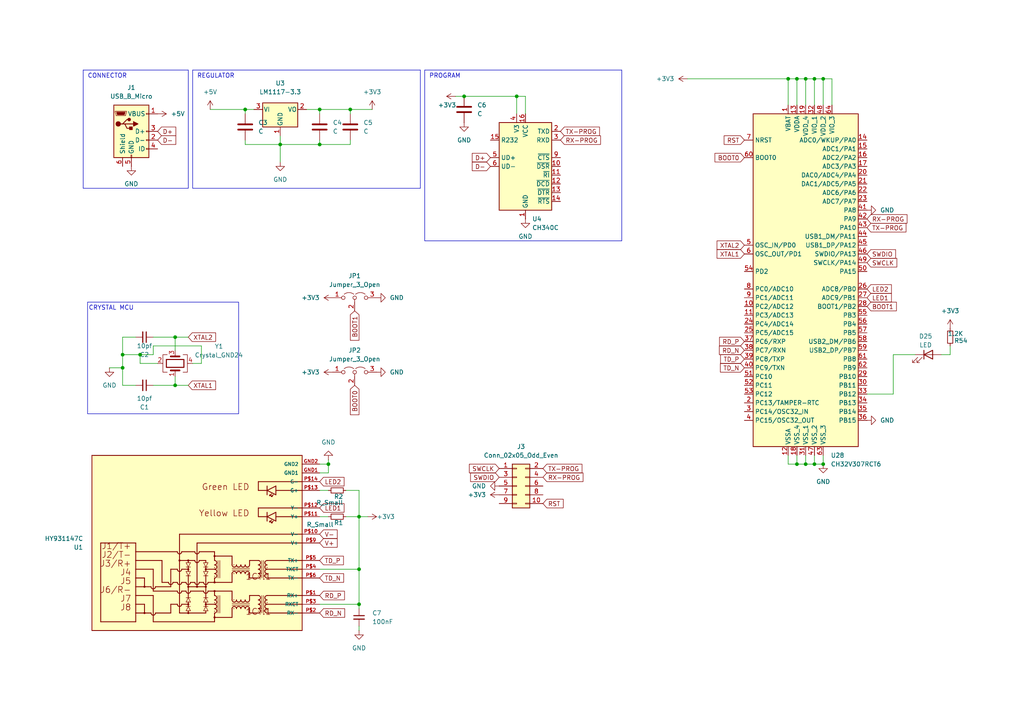
<source format=kicad_sch>
(kicad_sch (version 20250114) (generator "eeschema") (generator_version "9.0")
  (paper "A4")
  (lib_symbols
    (symbol "Connector:USB_B_Micro" (pin_names (offset 1.016))
      (property "Reference" "J" (at -5.08 11.43 0))
      (property "Value" "USB_B_Micro" (at -5.08 8.89 0))
      (symbol "USB_B_Micro_1_1"
        (pin passive line (at -2.54 -10.16 90) (length 2.54) (name "Shield") (number "6"))
        (pin power_out line (at 0 -10.16 90) (length 2.54) (name "GND") (number "5"))
        (pin power_out line (at 7.62 5.08 180) (length 2.54) (name "VBUS") (number "1"))
        (pin bidirectional line (at 7.62 0 180) (length 2.54) (name "D+") (number "3"))
        (pin bidirectional line (at 7.62 -2.54 180) (length 2.54) (name "D-") (number "2"))
        (pin passive line (at 7.62 -5.08 180) (length 2.54) (name "ID") (number "4"))
      )
    )
    (symbol "Connector_Generic:Conn_02x05_Odd_Even" (pin_names (offset 1.016) (hide yes))
      (property "Reference" "J" (at 1.27 7.62 0))
      (property "Value" "Conn_02x05_Odd_Even" (at 1.27 -7.62 0))
      (symbol "Conn_02x05_Odd_Even_1_1"
        (pin passive line (at -5.08 5.08 0) (length 3.81) (name "Pin_1") (number "1"))
        (pin passive line (at -5.08 2.54 0) (length 3.81) (name "Pin_3") (number "3"))
        (pin passive line (at -5.08 0 0) (length 3.81) (name "Pin_5") (number "5"))
        (pin passive line (at -5.08 -2.54 0) (length 3.81) (name "Pin_7") (number "7"))
        (pin passive line (at -5.08 -5.08 0) (length 3.81) (name "Pin_9") (number "9"))
        (pin passive line (at 7.62 5.08 180) (length 3.81) (name "Pin_2") (number "2"))
        (pin passive line (at 7.62 2.54 180) (length 3.81) (name "Pin_4") (number "4"))
        (pin passive line (at 7.62 0 180) (length 3.81) (name "Pin_6") (number "6"))
        (pin passive line (at 7.62 -2.54 180) (length 3.81) (name "Pin_8") (number "8"))
        (pin passive line (at 7.62 -5.08 180) (length 3.81) (name "Pin_10") (number "10"))
      )
    )
    (symbol "Device:C" (pin_numbers (hide yes)) (pin_names (offset 0.254))
      (property "Reference" "C" (at 0.635 2.54 0))
      (property "Value" "C" (at 0.635 -2.54 0))
      (symbol "C_1_1"
        (pin passive line (at 0 3.81 270) (length 2.794) (name "~") (number "1"))
        (pin passive line (at 0 -3.81 90) (length 2.794) (name "~") (number "2"))
      )
    )
    (symbol "Device:C_Small" (pin_numbers (hide yes)) (pin_names (offset 0.254) (hide yes))
      (property "Reference" "C" (at 0.254 1.778 0))
      (property "Value" "C_Small" (at 0.254 -2.032 0))
      (symbol "C_Small_1_1"
        (pin passive line (at 0 2.54 270) (length 2.032) (name "~") (number "1"))
        (pin passive line (at 0 -2.54 90) (length 2.032) (name "~") (number "2"))
      )
    )
    (symbol "Device:Crystal_GND24" (pin_names (offset 1.016) (hide yes))
      (property "Reference" "Y" (at 3.175 5.08 0))
      (property "Value" "Crystal_GND24" (at 3.175 3.175 0))
      (symbol "Crystal_GND24_1_1"
        (pin passive line (at -3.81 0 0) (length 1.27) (name "1") (number "1"))
        (pin passive line (at 0 5.08 270) (length 1.27) (name "2") (number "2"))
        (pin passive line (at 0 -5.08 90) (length 1.27) (name "4") (number "4"))
        (pin passive line (at 3.81 0 180) (length 1.27) (name "3") (number "3"))
      )
    )
    (symbol "Device:LED" (pin_numbers (hide yes)) (pin_names (offset 1.016) (hide yes))
      (property "Reference" "D" (at 0 2.54 0))
      (property "Value" "LED" (at 0 -2.54 0))
      (symbol "LED_1_1"
        (pin passive line (at -3.81 0 0) (length 2.54) (name "K") (number "1"))
        (pin passive line (at 3.81 0 180) (length 2.54) (name "A") (number "2"))
      )
    )
    (symbol "Device:R_Small" (pin_numbers (hide yes)) (pin_names (offset 0.254) (hide yes))
      (property "Reference" "R" (at 0.762 0.508 0))
      (property "Value" "R_Small" (at 0.762 -1.016 0))
      (symbol "R_Small_1_1"
        (pin passive line (at 0 2.54 270) (length 0.762) (name "~") (number "1"))
        (pin passive line (at 0 -2.54 90) (length 0.762) (name "~") (number "2"))
      )
    )
    (symbol "HY931147C:HY931147C" (pin_names (offset 1.016))
      (property "Reference" "U" (at 7.62 -17.78 0))
      (property "Value" "HY931147C" (at 7.62 -20.32 0))
      (symbol "HY931147C_0_0"
        (text "1CT:1" (at -19.05 18.415 0) (effects (font (size 1.778 1.778)) (justify left bottom)))
        (text "1CT:1" (at -19.05 8.255 0) (effects (font (size 1.778 1.778)) (justify left bottom)))
        (text "Yellow LED" (at -12.7 -10.16 0) (effects (font (size 1.778 1.778)) (justify left bottom)))
        (text "Green LED" (at -12.7 -17.78 0) (effects (font (size 1.778 1.778)) (justify left bottom)))
        (text "J8" (at 21.59 17.145 0) (effects (font (size 1.778 1.778)) (justify left bottom)))
        (text "J7" (at 21.59 14.605 0) (effects (font (size 1.778 1.778)) (justify left bottom)))
        (text "J6/R-" (at 21.59 12.065 0) (effects (font (size 1.778 1.778)) (justify left bottom)))
        (text "J5" (at 21.59 9.525 0) (effects (font (size 1.778 1.778)) (justify left bottom)))
        (text "J4" (at 21.59 6.985 0) (effects (font (size 1.778 1.778)) (justify left bottom)))
        (text "J3/R+" (at 21.59 4.445 0) (effects (font (size 1.778 1.778)) (justify left bottom)))
        (text "J2/T-" (at 21.59 1.905 0) (effects (font (size 1.778 1.778)) (justify left bottom)))
        (text "J1/T+" (at 21.59 -0.635 0) (effects (font (size 1.778 1.778)) (justify left bottom)))
        (pin bidirectional line (at -33.02 17.78 0) (length 5.08) (name "RX-") (number "P$2"))
        (pin bidirectional line (at -33.02 15.24 0) (length 5.08) (name "RXCT") (number "P$3"))
        (pin bidirectional line (at -33.02 12.7 0) (length 5.08) (name "RX+") (number "P$1"))
        (pin bidirectional line (at -33.02 7.62 0) (length 5.08) (name "TX-") (number "P$6"))
        (pin bidirectional line (at -33.02 5.08 0) (length 5.08) (name "TXCT") (number "P$4"))
        (pin bidirectional line (at -33.02 2.54 0) (length 5.08) (name "TX+") (number "P$5"))
        (pin bidirectional line (at -33.02 -2.54 0) (length 5.08) (name "V+") (number "P$9"))
        (pin bidirectional line (at -33.02 -5.08 0) (length 5.08) (name "V-") (number "P$10"))
        (pin bidirectional line (at -33.02 -10.16 0) (length 5.08) (name "Y+") (number "P$11"))
        (pin bidirectional line (at -33.02 -12.7 0) (length 5.08) (name "Y-") (number "P$12"))
        (pin bidirectional line (at -33.02 -17.78 0) (length 5.08) (name "G+") (number "P$13"))
        (pin bidirectional line (at -33.02 -20.32 0) (length 5.08) (name "G-") (number "P$14"))
        (pin bidirectional line (at -33.02 -22.86 0) (length 5.08) (name "GND1") (number "GND1"))
        (pin bidirectional line (at -33.02 -25.4 0) (length 5.08) (name "GND2") (number "GND2"))
      )
    )
    (symbol "Interface_USB:CH340C"
      (property "Reference" "U" (at -5.08 13.97 0))
      (property "Value" "CH340C" (at 1.27 13.97 0))
      (symbol "CH340C_1_1"
        (pin input line (at -10.16 7.62 0) (length 2.54) (name "R232") (number "15"))
        (pin bidirectional line (at -10.16 2.54 0) (length 2.54) (name "UD+") (number "5"))
        (pin bidirectional line (at -10.16 0 0) (length 2.54) (name "UD-") (number "6"))
        (pin no_connect line (at -7.62 -7.62 0) (length 2.54) (hide yes) (name "NC") (number "7"))
        (pin no_connect line (at -7.62 -10.16 0) (length 2.54) (hide yes) (name "NC") (number "8"))
        (pin passive line (at -2.54 15.24 270) (length 2.54) (name "V3") (number "4"))
        (pin power_in line (at 0 15.24 270) (length 2.54) (name "VCC") (number "16"))
        (pin power_in line (at 0 -15.24 90) (length 2.54) (name "GND") (number "1"))
        (pin output line (at 10.16 10.16 180) (length 2.54) (name "TXD") (number "2"))
        (pin input line (at 10.16 7.62 180) (length 2.54) (name "RXD") (number "3"))
        (pin input line (at 10.16 2.54 180) (length 2.54) (name "~{CTS}") (number "9"))
        (pin input line (at 10.16 0 180) (length 2.54) (name "~{DSR}") (number "10"))
        (pin input line (at 10.16 -2.54 180) (length 2.54) (name "~{RI}") (number "11"))
        (pin input line (at 10.16 -5.08 180) (length 2.54) (name "~{DCD}") (number "12"))
        (pin output line (at 10.16 -7.62 180) (length 2.54) (name "~{DTR}") (number "13"))
        (pin output line (at 10.16 -10.16 180) (length 2.54) (name "~{RTS}") (number "14"))
      )
    )
    (symbol "Jumper:Jumper_3_Open" (pin_names (offset 0) (hide yes)) (in_bom no)
      (property "Reference" "JP" (at -2.54 -2.54 0))
      (property "Value" "Jumper_3_Open" (at 0 2.794 0))
      (symbol "Jumper_3_Open_1_1"
        (pin passive line (at -6.35 0 0) (length 2.54) (name "A") (number "1"))
        (pin passive line (at 0 -3.81 90) (length 2.54) (name "C") (number "2"))
        (pin passive line (at 6.35 0 180) (length 2.54) (name "B") (number "3"))
      )
    )
    (symbol "Regulator_Linear:AMS1117-3.3" (pin_names (offset 0.254))
      (property "Reference" "U" (at -3.81 3.175 0))
      (property "Value" "AMS1117-3.3" (at 0 3.175 0))
      (symbol "AMS1117-3.3_1_1"
        (pin power_in line (at -7.62 0 0) (length 2.54) (name "VI") (number "3"))
        (pin power_in line (at 0 -7.62 90) (length 2.54) (name "GND") (number "1"))
        (pin power_out line (at 7.62 0 180) (length 2.54) (name "VO") (number "2"))
      )
    )
    (symbol "WCH:CH32V307RCT6"
      (property "Reference" "U" (at 33.02 -31.75 0))
      (property "Value" "CH32V307RCT6" (at 34.29 -35.56 0))
      (symbol "CH32V307RCT6_1_1"
        (pin input line (at -17.78 39.37 0) (length 2.54) (name "NRST") (number "7"))
        (pin input line (at -17.78 34.29 0) (length 2.54) (name "BOOT0") (number "60"))
        (pin input line (at -17.78 8.89 0) (length 2.54) (name "OSC_IN/PD0") (number "5"))
        (pin output line (at -17.78 6.35 0) (length 2.54) (name "OSC_OUT/PD1") (number "6"))
        (pin bidirectional line (at -17.78 1.27 0) (length 2.54) (name "PD2") (number "54"))
        (pin bidirectional line (at -17.78 -3.81 0) (length 2.54) (name "PC0/ADC10") (number "8"))
        (pin bidirectional line (at -17.78 -6.35 0) (length 2.54) (name "PC1/ADC11") (number "9"))
        (pin bidirectional line (at -17.78 -8.89 0) (length 2.54) (name "PC2/ADC12") (number "10"))
        (pin bidirectional line (at -17.78 -11.43 0) (length 2.54) (name "PC3/ADC13") (number "11"))
        (pin bidirectional line (at -17.78 -13.97 0) (length 2.54) (name "PC4/ADC14") (number "24"))
        (pin bidirectional line (at -17.78 -16.51 0) (length 2.54) (name "PC5/ADC15") (number "25"))
        (pin bidirectional line (at -17.78 -19.05 0) (length 2.54) (name "PC6/RXP") (number "37"))
        (pin bidirectional line (at -17.78 -21.59 0) (length 2.54) (name "PC7/RXN") (number "38"))
        (pin bidirectional line (at -17.78 -24.13 0) (length 2.54) (name "PC8/TXP") (number "39"))
        (pin bidirectional line (at -17.78 -26.67 0) (length 2.54) (name "PC9/TXN") (number "40"))
        (pin bidirectional line (at -17.78 -29.21 0) (length 2.54) (name "PC10") (number "51"))
        (pin bidirectional line (at -17.78 -31.75 0) (length 2.54) (name "PC11") (number "52"))
        (pin bidirectional line (at -17.78 -34.29 0) (length 2.54) (name "PC12") (number "53"))
        (pin bidirectional line (at -17.78 -36.83 0) (length 2.54) (name "PC13/TAMPER-RTC") (number "2"))
        (pin bidirectional line (at -17.78 -39.37 0) (length 2.54) (name "PC14/OSC32_IN") (number "3"))
        (pin bidirectional line (at -17.78 -41.91 0) (length 2.54) (name "PC15/OSC32_OUT") (number "4"))
        (pin power_in line (at -5.08 49.53 270) (length 2.54) (name "VBAT") (number "1"))
        (pin power_in line (at -5.08 -52.07 90) (length 2.54) (name "VSSA") (number "12"))
        (pin power_in line (at -2.54 49.53 270) (length 2.54) (name "VDDA") (number "13"))
        (pin power_in line (at -2.54 -52.07 90) (length 2.54) (name "VSS_4") (number "18"))
        (pin power_in line (at 0 49.53 270) (length 2.54) (name "VDD_4") (number "19"))
        (pin power_in line (at 0 -52.07 90) (length 2.54) (name "VSS_1") (number "31"))
        (pin power_in line (at 2.54 49.53 270) (length 2.54) (name "VIO_1") (number "32"))
        (pin power_in line (at 2.54 -52.07 90) (length 2.54) (name "VSS_2") (number "47"))
        (pin power_in line (at 5.08 49.53 270) (length 2.54) (name "VDD_2") (number "48"))
        (pin power_in line (at 5.08 -52.07 90) (length 2.54) (name "VSS_3") (number "63"))
        (pin power_in line (at 7.62 49.53 270) (length 2.54) (name "VIO_3") (number "64"))
        (pin bidirectional line (at 17.78 39.37 180) (length 2.54) (name "ADC0/WKUP/PA0") (number "14"))
        (pin bidirectional line (at 17.78 36.83 180) (length 2.54) (name "ADC1/PA1") (number "15"))
        (pin bidirectional line (at 17.78 34.29 180) (length 2.54) (name "ADC2/PA2") (number "16"))
        (pin bidirectional line (at 17.78 31.75 180) (length 2.54) (name "ADC3/PA3") (number "17"))
        (pin bidirectional line (at 17.78 29.21 180) (length 2.54) (name "DAC0/ADC4/PA4") (number "20"))
        (pin bidirectional line (at 17.78 26.67 180) (length 2.54) (name "DAC1/ADC5/PA5") (number "21"))
        (pin bidirectional line (at 17.78 24.13 180) (length 2.54) (name "ADC6/PA6") (number "22"))
        (pin bidirectional line (at 17.78 21.59 180) (length 2.54) (name "ADC7/PA7") (number "23"))
        (pin bidirectional line (at 17.78 19.05 180) (length 2.54) (name "PA8") (number "41"))
        (pin bidirectional line (at 17.78 16.51 180) (length 2.54) (name "PA9") (number "42"))
        (pin bidirectional line (at 17.78 13.97 180) (length 2.54) (name "PA10") (number "43"))
        (pin bidirectional line (at 17.78 11.43 180) (length 2.54) (name "USB1_DM/PA11") (number "44"))
        (pin bidirectional line (at 17.78 8.89 180) (length 2.54) (name "USB1_DP/PA12") (number "45"))
        (pin bidirectional line (at 17.78 6.35 180) (length 2.54) (name "SWDIO/PA13") (number "46"))
        (pin bidirectional line (at 17.78 3.81 180) (length 2.54) (name "SWCLK/PA14") (number "49"))
        (pin bidirectional line (at 17.78 1.27 180) (length 2.54) (name "PA15") (number "50"))
        (pin bidirectional line (at 17.78 -3.81 180) (length 2.54) (name "ADC8/PB0") (number "26"))
        (pin bidirectional line (at 17.78 -6.35 180) (length 2.54) (name "ADC9/PB1") (number "27"))
        (pin bidirectional line (at 17.78 -8.89 180) (length 2.54) (name "BOOT1/PB2") (number "28"))
        (pin bidirectional line (at 17.78 -11.43 180) (length 2.54) (name "PB3") (number "55"))
        (pin bidirectional line (at 17.78 -13.97 180) (length 2.54) (name "PB4") (number "56"))
        (pin bidirectional line (at 17.78 -16.51 180) (length 2.54) (name "PB5") (number "57"))
        (pin bidirectional line (at 17.78 -19.05 180) (length 2.54) (name "USB2_DM/PB6") (number "58"))
        (pin bidirectional line (at 17.78 -21.59 180) (length 2.54) (name "USB2_DP/PB7") (number "59"))
        (pin bidirectional line (at 17.78 -24.13 180) (length 2.54) (name "PB8") (number "61"))
        (pin bidirectional line (at 17.78 -26.67 180) (length 2.54) (name "PB9") (number "62"))
        (pin bidirectional line (at 17.78 -29.21 180) (length 2.54) (name "PB10") (number "29"))
        (pin bidirectional line (at 17.78 -31.75 180) (length 2.54) (name "PB11") (number "30"))
        (pin bidirectional line (at 17.78 -34.29 180) (length 2.54) (name "PB12") (number "33"))
        (pin bidirectional line (at 17.78 -36.83 180) (length 2.54) (name "PB13") (number "34"))
        (pin bidirectional line (at 17.78 -39.37 180) (length 2.54) (name "PB14") (number "35"))
        (pin bidirectional line (at 17.78 -41.91 180) (length 2.54) (name "PB15") (number "36"))
      )
    )
    (symbol "power:+3V3" (power) (pin_numbers (hide yes)) (pin_names (offset 0) (hide yes))
      (property "Value" "+3V3" (at 0 3.556 0))
      (symbol "+3V3_1_1"
        (pin power_in line (at 0 0 90) (length 0) (name "~") (number "1"))
      )
    )
    (symbol "power:+5V" (power) (pin_names (offset 0))
      (property "Value" "+5V" (at 0 3.556 0))
      (symbol "+5V_1_1"
        (pin power_in line (at 0 0 90) (length 0) (hide yes) (name "+5V") (number "1"))
      )
    )
    (symbol "power:GND" (power) (pin_numbers (hide yes)) (pin_names (offset 0) (hide yes))
      (property "Value" "GND" (at 0 -3.81 0))
      (symbol "GND_1_1"
        (pin power_in line (at 0 0 270) (length 0) (name "~") (number "1"))
      )
    )
  )
  (rectangle (start 25.4 87.63) (end 69.215 120.015))
  (text "CRYSTAL MCU" (at 32.258 89.408 0) (effects (font (size 1.27 1.27))))
  (text "PROGRAM" (at 124.46 22.86 0) (effects (font (size 1.27 1.27)) (justify left bottom)))
  (text "CONNECTOR" (at 25.4 22.86 0) (effects (font (size 1.27 1.27)) (justify left bottom)))
  (text "REGULATOR" (at 57.15 22.86 0) (effects (font (size 1.27 1.27)) (justify left bottom)))
  (junction (at 35.56 102.87))
  (junction (at 81.28 41.91))
  (junction (at 231.14 134.62))
  (junction (at 238.76 134.62))
  (junction (at 228.6 22.86))
  (junction (at 35.56 106.68))
  (junction (at 92.71 41.91))
  (junction (at 233.68 134.62))
  (junction (at 50.8 97.79))
  (junction (at 104.14 149.86))
  (junction (at 92.71 31.75))
  (junction (at 101.6 31.75))
  (junction (at 238.76 22.86))
  (junction (at 104.14 165.1))
  (junction (at 50.8 111.76))
  (junction (at 71.12 31.75))
  (junction (at 95.25 134.62))
  (junction (at 104.14 175.26))
  (junction (at 233.68 22.86))
  (junction (at 236.22 134.62))
  (junction (at 231.14 22.86))
  (junction (at 40.64 102.87))
  (junction (at 134.62 27.94))
  (junction (at 236.22 22.86))
  (junction (at 149.86 27.94))
  (wire (pts (xy 101.6 31.75) (xy 107.95 31.75)))
  (wire (pts (xy 40.64 102.87) (xy 35.56 102.87)))
  (wire (pts (xy 233.68 22.86) (xy 233.68 30.48)))
  (wire (pts (xy 134.62 27.94) (xy 149.86 27.94)))
  (wire (pts (xy 44.45 102.87) (xy 40.64 102.87)))
  (wire (pts (xy 236.22 134.62) (xy 238.76 134.62)))
  (wire (pts (xy 71.12 40.64) (xy 71.12 41.91)))
  (wire (pts (xy 251.46 114.3) (xy 259.08 114.3)))
  (wire (pts (xy 45.72 105.41) (xy 40.64 105.41)))
  (wire (pts (xy 228.6 134.62) (xy 231.14 134.62)))
  (wire (pts (xy 88.9 31.75) (xy 92.71 31.75)))
  (wire (pts (xy 44.45 97.79) (xy 50.8 97.79)))
  (wire (pts (xy 152.4 33.02) (xy 152.4 27.94)))
  (wire (pts (xy 50.8 97.79) (xy 50.8 101.6)))
  (polyline (pts (xy 54.61 20.32) (xy 24.13 20.32)))
  (wire (pts (xy 238.76 22.86) (xy 238.76 30.48)))
  (wire (pts (xy 236.22 132.08) (xy 236.22 134.62)))
  (wire (pts (xy 228.6 22.86) (xy 228.6 30.48)))
  (wire (pts (xy 55.88 105.41) (xy 58.42 105.41)))
  (wire (pts (xy 106.68 149.86) (xy 104.14 149.86)))
  (wire (pts (xy 35.56 102.87) (xy 35.56 106.68)))
  (wire (pts (xy 50.8 111.76) (xy 54.61 111.76)))
  (wire (pts (xy 104.14 165.1) (xy 104.14 175.26)))
  (wire (pts (xy 233.68 132.08) (xy 233.68 134.62)))
  (wire (pts (xy 35.56 97.79) (xy 35.56 102.87)))
  (wire (pts (xy 275.59 100.33) (xy 275.59 102.87)))
  (wire (pts (xy 95.25 134.62) (xy 95.25 137.16)))
  (wire (pts (xy 71.12 31.75) (xy 71.12 33.02)))
  (wire (pts (xy 71.12 41.91) (xy 81.28 41.91)))
  (wire (pts (xy 44.45 111.76) (xy 50.8 111.76)))
  (polyline (pts (xy 55.88 54.61) (xy 55.88 20.32)))
  (polyline (pts (xy 55.88 20.32) (xy 121.92 20.32)))
  (wire (pts (xy 233.68 134.62) (xy 236.22 134.62)))
  (wire (pts (xy 132.08 27.94) (xy 134.62 27.94)))
  (wire (pts (xy 50.8 109.22) (xy 50.8 111.76)))
  (wire (pts (xy 35.56 97.79) (xy 39.37 97.79)))
  (wire (pts (xy 228.6 22.86) (xy 231.14 22.86)))
  (wire (pts (xy 231.14 22.86) (xy 233.68 22.86)))
  (wire (pts (xy 100.33 142.24) (xy 104.14 142.24)))
  (wire (pts (xy 81.28 39.37) (xy 81.28 41.91)))
  (wire (pts (xy 231.14 134.62) (xy 233.68 134.62)))
  (wire (pts (xy 101.6 41.91) (xy 92.71 41.91)))
  (wire (pts (xy 92.71 40.64) (xy 92.71 41.91)))
  (wire (pts (xy 241.3 22.86) (xy 241.3 30.48)))
  (wire (pts (xy 50.8 97.79) (xy 54.61 97.79)))
  (wire (pts (xy 273.05 102.87) (xy 275.59 102.87)))
  (wire (pts (xy 104.14 175.26) (xy 104.14 176.53)))
  (polyline (pts (xy 180.34 20.32) (xy 123.19 20.32)))
  (wire (pts (xy 95.25 137.16) (xy 92.71 137.16)))
  (wire (pts (xy 104.14 149.86) (xy 104.14 142.24)))
  (polyline (pts (xy 121.92 20.32) (xy 121.92 54.61)))
  (wire (pts (xy 92.71 31.75) (xy 101.6 31.75)))
  (wire (pts (xy 149.86 33.02) (xy 149.86 27.94)))
  (wire (pts (xy 95.25 149.86) (xy 92.71 149.86)))
  (wire (pts (xy 101.6 40.64) (xy 101.6 41.91)))
  (wire (pts (xy 199.39 22.86) (xy 228.6 22.86)))
  (wire (pts (xy 233.68 22.86) (xy 236.22 22.86)))
  (wire (pts (xy 104.14 149.86) (xy 100.33 149.86)))
  (wire (pts (xy 236.22 22.86) (xy 236.22 30.48)))
  (wire (pts (xy 92.71 175.26) (xy 104.14 175.26)))
  (wire (pts (xy 259.08 114.3) (xy 259.08 102.87)))
  (polyline (pts (xy 121.92 54.61) (xy 55.88 54.61)))
  (wire (pts (xy 104.14 149.86) (xy 104.14 165.1)))
  (wire (pts (xy 95.25 133.35) (xy 95.25 134.62)))
  (wire (pts (xy 152.4 27.94) (xy 149.86 27.94)))
  (wire (pts (xy 40.64 105.41) (xy 40.64 102.87)))
  (wire (pts (xy 104.14 181.61) (xy 104.14 182.88)))
  (wire (pts (xy 39.37 111.76) (xy 35.56 111.76)))
  (wire (pts (xy 238.76 132.08) (xy 238.76 134.62)))
  (polyline (pts (xy 123.19 20.32) (xy 123.19 69.85)))
  (wire (pts (xy 71.12 31.75) (xy 73.66 31.75)))
  (wire (pts (xy 35.56 111.76) (xy 35.56 106.68)))
  (wire (pts (xy 92.71 33.02) (xy 92.71 31.75)))
  (polyline (pts (xy 180.34 69.85) (xy 180.34 20.32)))
  (wire (pts (xy 81.28 41.91) (xy 81.28 46.99)))
  (polyline (pts (xy 24.13 54.61) (xy 54.61 54.61)))
  (wire (pts (xy 58.42 105.41) (xy 58.42 100.33)))
  (wire (pts (xy 58.42 100.33) (xy 44.45 100.33)))
  (polyline (pts (xy 123.19 69.85) (xy 180.34 69.85)))
  (wire (pts (xy 44.45 100.33) (xy 44.45 102.87)))
  (polyline (pts (xy 54.61 54.61) (xy 54.61 20.32)))
  (wire (pts (xy 35.56 106.68) (xy 31.75 106.68)))
  (wire (pts (xy 92.71 134.62) (xy 95.25 134.62)))
  (wire (pts (xy 92.71 165.1) (xy 104.14 165.1)))
  (wire (pts (xy 101.6 33.02) (xy 101.6 31.75)))
  (wire (pts (xy 236.22 22.86) (xy 238.76 22.86)))
  (wire (pts (xy 228.6 132.08) (xy 228.6 134.62)))
  (wire (pts (xy 95.25 142.24) (xy 92.71 142.24)))
  (polyline (pts (xy 24.13 20.32) (xy 24.13 54.61)))
  (wire (pts (xy 238.76 22.86) (xy 241.3 22.86)))
  (wire (pts (xy 259.08 102.87) (xy 265.43 102.87)))
  (wire (pts (xy 60.96 31.75) (xy 71.12 31.75)))
  (wire (pts (xy 231.14 22.86) (xy 231.14 30.48)))
  (wire (pts (xy 231.14 132.08) (xy 231.14 134.62)))
  (wire (pts (xy 92.71 41.91) (xy 81.28 41.91)))
  (global_label "TD_P" (shape input) (at 215.9 104.14 180) (property "Intersheetrefs" "${INTERSHEET_REFS}" (effects (hide yes))))
  (global_label "BOOT0" (shape input) (at 215.9 45.72 180) (property "Intersheetrefs" "${INTERSHEET_REFS}" (effects (hide yes))))
  (global_label "LED1" (shape input) (at 92.71 147.32 0) (property "Intersheetrefs" "${INTERSHEET_REFS}" (effects (hide yes))))
  (global_label "D-" (shape input) (at 142.24 48.26 180) (property "Intersheetrefs" "${INTERSHEET_REFS}" (effects (hide yes))))
  (global_label "TD_N" (shape input) (at 215.9 106.68 180) (property "Intersheetrefs" "${INTERSHEET_REFS}" (effects (hide yes))))
  (global_label "XTAL2" (shape input) (at 54.61 97.79 0) (property "Intersheetrefs" "${INTERSHEET_REFS}" (effects (hide yes))))
  (global_label "TD_P" (shape input) (at 92.71 162.56 0) (property "Intersheetrefs" "${INTERSHEET_REFS}" (effects (hide yes))))
  (global_label "V+" (shape input) (at 92.71 157.48 0) (property "Intersheetrefs" "${INTERSHEET_REFS}" (effects (hide yes))))
  (global_label "RD_P" (shape input) (at 215.9 99.06 180) (property "Intersheetrefs" "${INTERSHEET_REFS}" (effects (hide yes))))
  (global_label "BOOT0" (shape input) (at 102.87 111.76 270) (property "Intersheetrefs" "${INTERSHEET_REFS}" (effects (hide yes))))
  (global_label "XTAL2" (shape input) (at 215.9 71.12 180) (property "Intersheetrefs" "${INTERSHEET_REFS}" (effects (hide yes))))
  (global_label "D-" (shape input) (at 45.72 40.64 0) (property "Intersheetrefs" "${INTERSHEET_REFS}" (effects (hide yes))))
  (global_label "RD_N" (shape input) (at 215.9 101.6 180) (property "Intersheetrefs" "${INTERSHEET_REFS}" (effects (hide yes))))
  (global_label "TX-PROG" (shape input) (at 251.46 66.04 0) (property "Intersheetrefs" "${INTERSHEET_REFS}" (effects (hide yes))))
  (global_label "LED2" (shape input) (at 251.46 83.82 0) (property "Intersheetrefs" "${INTERSHEET_REFS}" (effects (hide yes))))
  (global_label "SWDIO" (shape input) (at 144.78 138.43 180) (property "Intersheetrefs" "${INTERSHEET_REFS}" (effects (hide yes))))
  (global_label "D+" (shape input) (at 45.72 38.1 0) (property "Intersheetrefs" "${INTERSHEET_REFS}" (effects (hide yes))))
  (global_label "RX-PROG" (shape input) (at 251.46 63.5 0) (property "Intersheetrefs" "${INTERSHEET_REFS}" (effects (hide yes))))
  (global_label "RX-PROG" (shape input) (at 162.56 40.64 0) (property "Intersheetrefs" "${INTERSHEET_REFS}" (effects (hide yes))))
  (global_label "XTAL1" (shape input) (at 54.61 111.76 0) (property "Intersheetrefs" "${INTERSHEET_REFS}" (effects (hide yes))))
  (global_label "XTAL1" (shape input) (at 215.9 73.66 180) (property "Intersheetrefs" "${INTERSHEET_REFS}" (effects (hide yes))))
  (global_label "V-" (shape input) (at 92.71 154.94 0) (property "Intersheetrefs" "${INTERSHEET_REFS}" (effects (hide yes))))
  (global_label "TX-PROG" (shape input) (at 157.48 135.89 0) (property "Intersheetrefs" "${INTERSHEET_REFS}" (effects (hide yes))))
  (global_label "SWCLK" (shape input) (at 144.78 135.89 180) (property "Intersheetrefs" "${INTERSHEET_REFS}" (effects (hide yes))))
  (global_label "RST" (shape input) (at 157.48 146.05 0) (property "Intersheetrefs" "${INTERSHEET_REFS}" (effects (hide yes))))
  (global_label "SWCLK" (shape input) (at 251.46 76.2 0) (property "Intersheetrefs" "${INTERSHEET_REFS}" (effects (hide yes))))
  (global_label "RD_P" (shape input) (at 92.71 172.72 0) (property "Intersheetrefs" "${INTERSHEET_REFS}" (effects (hide yes))))
  (global_label "TD_N" (shape input) (at 92.71 167.64 0) (property "Intersheetrefs" "${INTERSHEET_REFS}" (effects (hide yes))))
  (global_label "RST" (shape input) (at 215.9 40.64 180) (property "Intersheetrefs" "${INTERSHEET_REFS}" (effects (hide yes))))
  (global_label "LED2" (shape input) (at 92.71 139.7 0) (property "Intersheetrefs" "${INTERSHEET_REFS}" (effects (hide yes))))
  (global_label "RD_N" (shape input) (at 92.71 177.8 0) (property "Intersheetrefs" "${INTERSHEET_REFS}" (effects (hide yes))))
  (global_label "BOOT1" (shape input) (at 251.46 88.9 0) (property "Intersheetrefs" "${INTERSHEET_REFS}" (effects (hide yes))))
  (global_label "LED1" (shape input) (at 251.46 86.36 0) (property "Intersheetrefs" "${INTERSHEET_REFS}" (effects (hide yes))))
  (global_label "RX-PROG" (shape input) (at 157.48 138.43 0) (property "Intersheetrefs" "${INTERSHEET_REFS}" (effects (hide yes))))
  (global_label "TX-PROG" (shape input) (at 162.56 38.1 0) (property "Intersheetrefs" "${INTERSHEET_REFS}" (effects (hide yes))))
  (global_label "SWDIO" (shape input) (at 251.46 73.66 0) (property "Intersheetrefs" "${INTERSHEET_REFS}" (effects (hide yes))))
  (global_label "BOOT1" (shape input) (at 102.87 90.17 270) (property "Intersheetrefs" "${INTERSHEET_REFS}" (effects (hide yes))))
  (global_label "D+" (shape input) (at 142.24 45.72 180) (property "Intersheetrefs" "${INTERSHEET_REFS}" (effects (hide yes))))
  (symbol (lib_id "power:GND") (at 38.1 48.26 0) (unit 1)
    (property "Reference" "#PWR05" (effects (hide yes)))
    (property "Value" "GND" (at 38.1 53.34 0))
  )
  (symbol (lib_id "Device:C") (at 92.71 36.83 0) (unit 1)
    (property "Reference" "C4" (at 96.52 35.5599 0) (effects (justify left)))
    (property "Value" "C" (at 96.52 38.0999 0) (effects (justify left)))
    (property "Footprint" "Capacitor_SMD:C_0603_1608Metric" (effects (hide yes)))
    (property "LCSC" "C14663" (effects (hide yes)))
  )
  (symbol (lib_id "Device:C") (at 101.6 36.83 0) (unit 1)
    (property "Reference" "C5" (at 105.41 35.5599 0) (effects (justify left)))
    (property "Value" "C" (at 105.41 38.0999 0) (effects (justify left)))
    (property "Footprint" "Capacitor_SMD:C_0603_1608Metric" (effects (hide yes)))
    (property "LCSC" "C15849" (effects (hide yes)))
  )
  (symbol (lib_id "Device:R_Small") (at 97.79 149.86 90) (unit 1)
    (property "Reference" "R1" (at 99.568 151.638 90) (effects (justify left)))
    (property "Value" "R_Small" (at 96.774 152.146 90) (effects (justify left)))
    (property "Footprint" "Resistor_SMD:R_0603_1608Metric" (effects (hide yes)))
    (property "Description" "Resistor, small symbol" (effects (hide yes)))
    (property "LCSC" "C2906976" (effects (hide yes)))
  )
  (symbol (lib_id "power:GND") (at 251.46 121.92 90) (unit 1)
    (property "Reference" "#PWR094" (effects (hide yes)))
    (property "Value" "GND" (at 255.27 121.9199 90) (effects (justify right)))
    (property "Description" "Power symbol creates a global label with name \"GND\" , ground" (effects (hide yes)))
  )
  (symbol (lib_id "Device:R_Small") (at 275.59 97.79 180) (unit 1)
    (property "Reference" "R54" (at 280.67 98.806 0) (effects (justify left)))
    (property "Value" "1.2K" (at 279.4 96.774 0) (effects (justify left)))
    (property "Footprint" "Resistor_SMD:R_0603_1608Metric" (effects (hide yes)))
    (property "Description" "Resistor, small symbol" (effects (hide yes)))
    (property "LCSC" "C2906976" (effects (hide yes)))
  )
  (symbol (lib_id "power:GND") (at 152.4 63.5 0) (unit 1)
    (property "Reference" "#PWR012" (effects (hide yes)))
    (property "Value" "GND" (at 152.4 68.58 0))
  )
  (symbol (lib_id "power:GND") (at 109.22 107.95 90) (unit 1)
    (property "Reference" "#PWR019" (effects (hide yes)))
    (property "Value" "GND" (at 113.03 107.9499 90) (effects (justify right)))
  )
  (symbol (lib_id "Device:Crystal_GND24") (at 50.8 105.41 90) (unit 1)
    (property "Reference" "Y1" (at 63.5 100.4568 90))
    (property "Value" "Crystal_GND24" (at 63.5 102.9968 90))
    (property "Footprint" "Crystal:Crystal_SMD_3225-4Pin_3.2x2.5mm_HandSoldering" (effects (hide yes)))
    (property "Description" "Four pin crystal, GND on pins 2 and 4" (effects (hide yes)))
    (property "LCSC" "C9006" (effects (hide yes)))
  )
  (symbol (lib_id "Device:C_Small") (at 104.14 179.07 0) (unit 1)
    (property "Reference" "C7" (at 107.95 177.8062 0) (effects (justify left)))
    (property "Value" "100nF" (at 107.95 180.3462 0) (effects (justify left)))
    (property "Footprint" "Capacitor_SMD:C_0603_1608Metric" (effects (hide yes)))
    (property "LCSC" "C1634" (effects (hide yes)))
  )
  (symbol (lib_id "power:GND") (at 238.76 134.62 0) (unit 1)
    (property "Reference" "#PWR089" (effects (hide yes)))
    (property "Value" "GND" (at 238.76 139.7 0))
    (property "Description" "Power symbol creates a global label with name \"GND\" , ground" (effects (hide yes)))
  )
  (symbol (lib_id "power:+5V") (at 45.72 33.02 270) (unit 1)
    (property "Reference" "#PWR06" (effects (hide yes)))
    (property "Value" "+5V" (at 49.53 33.0199 90) (effects (justify left)))
  )
  (symbol (lib_id "power:+3V3") (at 107.95 31.75 0) (unit 1)
    (property "Reference" "#PWR09" (effects (hide yes)))
    (property "Value" "+3V3" (at 107.95 26.67 0))
  )
  (symbol (lib_id "Device:C_Small") (at 41.91 97.79 270) (unit 1)
    (property "Reference" "C2" (at 41.91 102.87 90))
    (property "Value" "10pf" (at 41.91 100.33 90))
    (property "Footprint" "Capacitor_SMD:C_0603_1608Metric" (effects (hide yes)))
    (property "LCSC" "C1634" (effects (hide yes)))
  )
  (symbol (lib_id "HY931147C:HY931147C") (at 59.69 160.02 180) (unit 1)
    (property "Reference" "U1" (at 24.13 158.7501 0) (effects (justify left)))
    (property "Value" "HY931147C" (at 24.13 156.2101 0) (effects (justify left)))
    (property "Footprint" "HY931147C:HY931147C" (effects (hide yes)))
    (property "MF" "hanrun" (effects (hide yes)))
    (property "Package" "None" (effects (hide yes)))
    (property "Price" "None" (effects (hide yes)))
    (property "SnapEDA_Link" "https://www.snapeda.com/parts/HY931147C/HanRun/view-part/?ref=snap" (effects (hide yes)))
    (property "MP" "HY931147C" (effects (hide yes)))
    (property "Availability" "In Stock" (effects (hide yes)))
    (property "Check_prices" "https://www.snapeda.com/parts/HY931147C/HanRun/view-part/?ref=eda" (effects (hide yes)))
  )
  (symbol (lib_id "power:+3V3") (at 275.59 95.25 0) (unit 1)
    (property "Reference" "#PWR097" (effects (hide yes)))
    (property "Value" "+3V3" (at 275.59 90.17 0))
    (property "Description" "Power symbol creates a global label with name \"+3V3\"" (effects (hide yes)))
  )
  (symbol (lib_id "Device:R_Small") (at 97.79 142.24 90) (unit 1)
    (property "Reference" "R2" (at 99.568 144.018 90) (effects (justify left)))
    (property "Value" "R_Small" (at 99.568 145.796 90) (effects (justify left)))
    (property "Footprint" "Resistor_SMD:R_0603_1608Metric" (effects (hide yes)))
    (property "Description" "Resistor, small symbol" (effects (hide yes)))
    (property "LCSC" "C2906976" (effects (hide yes)))
  )
  (symbol (lib_id "Connector:USB_B_Micro") (at 38.1 38.1 0) (unit 1)
    (property "Reference" "J1" (at 38.1 25.4 0))
    (property "Value" "USB_B_Micro" (at 38.1 27.94 0))
    (property "Footprint" "Connector_USB:USB_Micro-B_Amphenol_10118194_Horizontal" (effects (hide yes)))
    (property "Description" "USB Micro Type B connector" (effects (hide yes)))
    (property "LCSC" "C132563" (effects (hide yes)))
  )
  (symbol (lib_id "power:+3V3") (at 96.52 107.95 90) (unit 1)
    (property "Reference" "#PWR017" (effects (hide yes)))
    (property "Value" "+3V3" (at 92.71 107.9499 90) (effects (justify left)))
    (property "Description" "Power symbol creates a global label with name \"+3V3\"" (effects (hide yes)))
  )
  (symbol (lib_id "power:GND") (at 144.78 140.97 270) (unit 1)
    (property "Reference" "#PWR092" (effects (hide yes)))
    (property "Value" "GND" (at 140.97 140.9699 90) (effects (justify right)))
    (property "Description" "Power symbol creates a global label with name \"GND\" , ground" (effects (hide yes)))
  )
  (symbol (lib_id "power:+3V3") (at 144.78 143.51 90) (unit 1)
    (property "Reference" "#PWR091" (effects (hide yes)))
    (property "Value" "+3V3" (at 140.97 143.5099 90) (effects (justify left)))
    (property "Description" "Power symbol creates a global label with name \"+3V3\"" (effects (hide yes)))
  )
  (symbol (lib_id "power:+3V3") (at 96.52 86.36 90) (unit 1)
    (property "Reference" "#PWR016" (effects (hide yes)))
    (property "Value" "+3V3" (at 92.71 86.3599 90) (effects (justify left)))
    (property "Description" "Power symbol creates a global label with name \"+3V3\"" (effects (hide yes)))
  )
  (symbol (lib_id "power:GND") (at 134.62 35.56 0) (unit 1)
    (property "Reference" "#PWR011" (effects (hide yes)))
    (property "Value" "GND" (at 134.62 40.64 0))
  )
  (symbol (lib_id "Device:LED") (at 269.24 102.87 0) (unit 1)
    (property "Reference" "D25" (at 268.478 97.536 0))
    (property "Value" "LED" (at 268.478 100.076 0))
    (property "Footprint" "LED_SMD:LED_0603_1608Metric" (effects (hide yes)))
    (property "Description" "Light emitting diode" (effects (hide yes)))
  )
  (symbol (lib_id "Regulator_Linear:AMS1117-3.3") (at 81.28 31.75 0) (unit 1)
    (property "Reference" "U3" (at 81.28 24.13 0))
    (property "Value" "LM1117-3.3" (at 81.28 26.67 0))
    (property "Footprint" "Package_TO_SOT_SMD:SOT-223-3_TabPin2" (effects (hide yes)))
    (property "Datasheet" "http://www.advanced-monolithic.com/pdf/ds1117.pdf" (effects (hide yes)))
    (property "LCSC" "C9662" (effects (hide yes)))
  )
  (symbol (lib_id "Connector_Generic:Conn_02x05_Odd_Even") (at 149.86 140.97 0) (unit 1)
    (property "Reference" "J3" (at 151.13 129.54 0))
    (property "Value" "Conn_02x05_Odd_Even" (at 151.13 132.08 0))
    (property "Footprint" "Connector_JST:JST_SH_BM10B-SRSS-TB_1x10-1MP_P1.00mm_Vertical" (effects (hide yes)))
    (property "Description" "Generic connector, double row, 02x05, odd/even pin numbering scheme (row 1 odd numbers, row 2 even numbers), script generated (kicad-library-utils/schlib/autogen/connector/)" (effects (hide yes)))
  )
  (symbol (lib_id "WCH:CH32V307RCT6") (at 233.68 80.01 0) (unit 1)
    (property "Reference" "U28" (at 240.9541 132.08 0) (effects (justify left)))
    (property "Value" "CH32V307RCT6" (at 240.9541 134.62 0) (effects (justify left)))
    (property "Footprint" "Package_QFP:LQFP-64_10x10mm_P0.5mm" (effects (hide yes)))
    (property "LCSC" "C2988083" (effects (hide yes)))
  )
  (symbol (lib_id "Device:C") (at 71.12 36.83 0) (unit 1)
    (property "Reference" "C3" (at 74.93 35.5599 0) (effects (justify left)))
    (property "Value" "C" (at 74.93 38.0999 0) (effects (justify left)))
    (property "Footprint" "Capacitor_SMD:C_0603_1608Metric" (effects (hide yes)))
    (property "LCSC" "C14663" (effects (hide yes)))
  )
  (symbol (lib_id "power:GND") (at 31.75 106.68 0) (unit 1)
    (property "Reference" "#PWR096" (effects (hide yes)))
    (property "Value" "GND" (at 31.75 111.76 0))
  )
  (symbol (lib_id "power:GND") (at 109.22 86.36 90) (unit 1)
    (property "Reference" "#PWR018" (effects (hide yes)))
    (property "Value" "GND" (at 113.03 86.3599 90) (effects (justify right)))
  )
  (symbol (lib_id "power:+5V") (at 60.96 31.75 0) (unit 1)
    (property "Reference" "#PWR07" (effects (hide yes)))
    (property "Value" "+5V" (at 60.96 26.67 0))
  )
  (symbol (lib_id "power:GND") (at 81.28 46.99 0) (unit 1)
    (property "Reference" "#PWR08" (effects (hide yes)))
    (property "Value" "GND" (at 81.28 52.07 0))
  )
  (symbol (lib_id "power:GND") (at 95.25 133.35 180) (unit 1)
    (property "Reference" "#PWR015" (effects (hide yes)))
    (property "Value" "GND" (at 95.25 128.27 0))
    (property "Description" "Power symbol creates a global label with name \"GND\" , ground" (effects (hide yes)))
  )
  (symbol (lib_id "Device:C_Small") (at 41.91 111.76 270) (unit 1)
    (property "Reference" "C1" (at 41.9037 118.11 90))
    (property "Value" "10pf" (at 41.9037 115.57 90))
    (property "Footprint" "Capacitor_SMD:C_0603_1608Metric" (effects (hide yes)))
    (property "LCSC" "C1634" (effects (hide yes)))
  )
  (symbol (lib_id "power:GND") (at 104.14 182.88 0) (unit 1)
    (property "Reference" "#PWR014" (effects (hide yes)))
    (property "Value" "GND" (at 104.14 187.96 0))
    (property "Description" "Power symbol creates a global label with name \"GND\" , ground" (effects (hide yes)))
  )
  (symbol (lib_id "power:GND") (at 251.46 60.96 90) (unit 1)
    (property "Reference" "#PWR098" (effects (hide yes)))
    (property "Value" "GND" (at 255.27 60.9599 90) (effects (justify right)))
    (property "Description" "Power symbol creates a global label with name \"GND\" , ground" (effects (hide yes)))
  )
  (symbol (lib_id "Device:C") (at 134.62 31.75 0) (unit 1)
    (property "Reference" "C6" (at 138.43 30.4799 0) (effects (justify left)))
    (property "Value" "C" (at 138.43 33.0199 0) (effects (justify left)))
    (property "Footprint" "Capacitor_SMD:C_0603_1608Metric" (effects (hide yes)))
    (property "LCSC" "C15849" (effects (hide yes)))
  )
  (symbol (lib_id "Jumper:Jumper_3_Open") (at 102.87 107.95 0) (unit 1) (in_bom no)
    (property "Reference" "JP2" (at 102.87 101.6 0))
    (property "Value" "Jumper_3_Open" (at 102.87 104.14 0))
    (property "Footprint" "Jumper:SolderJumper-3_P1.3mm_Open_RoundedPad1.0x1.5mm" (effects (hide yes)))
    (property "Description" "Jumper, 3-pole, both open" (effects (hide yes)))
  )
  (symbol (lib_id "power:+3V3") (at 106.68 149.86 270) (unit 1)
    (property "Reference" "#PWR013" (effects (hide yes)))
    (property "Value" "+3V3" (at 109.22 149.8601 90) (effects (justify left)))
    (property "Description" "Power symbol creates a global label with name \"+3V3\"" (effects (hide yes)))
  )
  (symbol (lib_id "power:+3V3") (at 132.08 27.94 90) (unit 1)
    (property "Reference" "#PWR010" (effects (hide yes)))
    (property "Value" "+3V3" (at 127 30.48 90) (effects (justify right)))
  )
  (symbol (lib_id "Interface_USB:CH340C") (at 152.4 48.26 0) (unit 1)
    (property "Reference" "U4" (at 154.3559 63.5 0) (effects (justify left)))
    (property "Value" "CH340C" (at 154.3559 66.04 0) (effects (justify left)))
    (property "Footprint" "Package_SO:SOIC-16_3.9x9.9mm_P1.27mm" (effects (hide yes)))
    (property "Datasheet" "https://datasheet.lcsc.com/szlcsc/Jiangsu-Qin-Heng-CH340C_C84681.pdf" (effects (hide yes)))
    (property "LCSC" "C84681" (effects (hide yes)))
  )
  (symbol (lib_id "power:+3V3") (at 199.39 22.86 90) (unit 1)
    (property "Reference" "#PWR093" (effects (hide yes)))
    (property "Value" "+3V3" (at 195.58 22.8599 90) (effects (justify left)))
    (property "Description" "Power symbol creates a global label with name \"+3V3\"" (effects (hide yes)))
  )
  (symbol (lib_id "Jumper:Jumper_3_Open") (at 102.87 86.36 0) (unit 1) (in_bom no)
    (property "Reference" "JP1" (at 102.87 80.01 0))
    (property "Value" "Jumper_3_Open" (at 102.87 82.55 0))
    (property "Footprint" "Jumper:SolderJumper-3_P1.3mm_Open_RoundedPad1.0x1.5mm" (effects (hide yes)))
    (property "Description" "Jumper, 3-pole, both open" (effects (hide yes)))
  )
)
</source>
